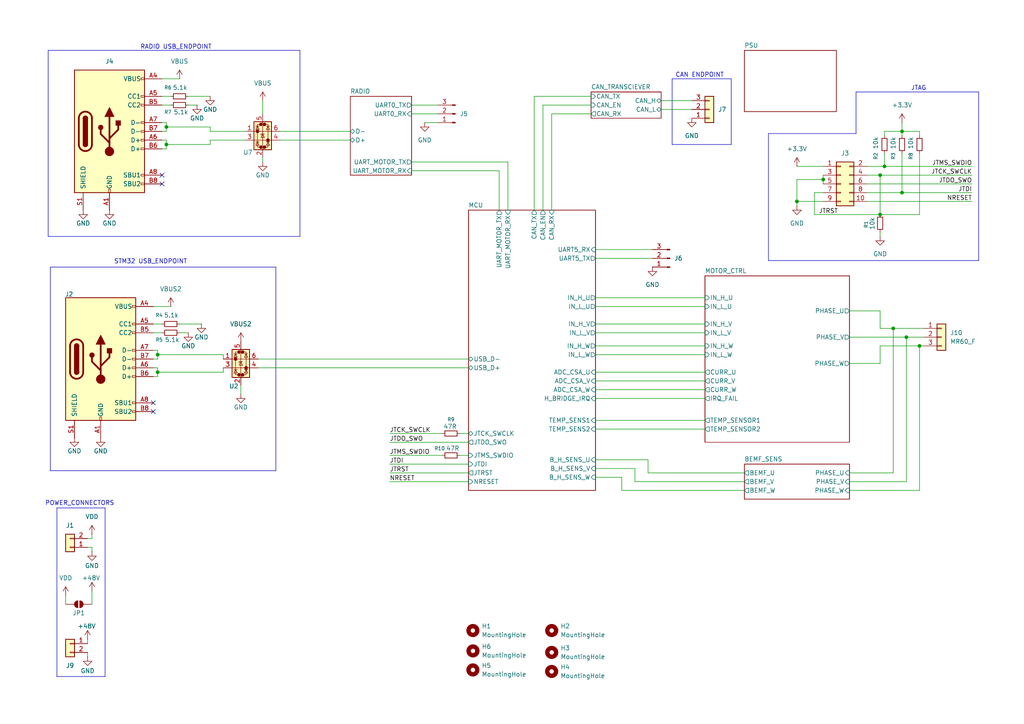
<source format=kicad_sch>
(kicad_sch (version 20250114) (generator "eeschema") (generator_version "9.0")
  (paper "A4")
  (lib_symbols
    (symbol "Connector:Conn_01x03_Pin" (pin_names (offset 1.016) (hide yes))
      (property "Reference" "J" (at 0 5.08 0))
      (property "Value" "Conn_01x03_Pin" (at 0 -5.08 0))
      (symbol "Conn_01x03_Pin_1_1"
        (rectangle (start 0.8636 2.667) (end 0 2.413) (stroke (width 0.1524)) (fill (type outline)))
        (rectangle (start 0.8636 0.127) (end 0 -0.127) (stroke (width 0.1524)) (fill (type outline)))
        (rectangle (start 0.8636 -2.413) (end 0 -2.667) (stroke (width 0.1524)) (fill (type outline)))
        (polyline (pts (xy 1.27 2.54) (xy 0.8636 2.54)) (stroke (width 0.1524)))
        (polyline (pts (xy 1.27 0) (xy 0.8636 0)) (stroke (width 0.1524)))
        (polyline (pts (xy 1.27 -2.54) (xy 0.8636 -2.54)) (stroke (width 0.1524)))
        (pin passive line (at 5.08 2.54 180) (length 3.81) (name "Pin_1") (number "1"))
        (pin passive line (at 5.08 0 180) (length 3.81) (name "Pin_2") (number "2"))
        (pin passive line (at 5.08 -2.54 180) (length 3.81) (name "Pin_3") (number "3"))
      )
    )
    (symbol "Connector:USB_C_Receptacle_USB2.0_16P" (pin_names (offset 1.016))
      (property "Reference" "J" (at 0 22.225 0))
      (property "Value" "USB_C_Receptacle_USB2.0_16P" (at 0 19.685 0))
      (symbol "USB_C_Receptacle_USB2.0_16P_0_0"
        (rectangle (start -0.254 -17.78) (end 0.254 -16.764))
        (rectangle (start 10.16 15.494) (end 9.144 14.986))
        (rectangle (start 10.16 10.414) (end 9.144 9.906))
        (rectangle (start 10.16 7.874) (end 9.144 7.366))
        (rectangle (start 10.16 2.794) (end 9.144 2.286))
        (rectangle (start 10.16 0.254) (end 9.144 -0.254))
        (rectangle (start 10.16 -2.286) (end 9.144 -2.794))
        (rectangle (start 10.16 -4.826) (end 9.144 -5.334))
        (rectangle (start 10.16 -12.446) (end 9.144 -12.954))
        (rectangle (start 10.16 -14.986) (end 9.144 -15.494))
      )
      (symbol "USB_C_Receptacle_USB2.0_16P_0_1"
        (rectangle (start -10.16 17.78) (end 10.16 -17.78) (stroke (width 0.254)) (fill (type background)))
        (polyline (pts (xy -8.89 -3.81) (xy -8.89 3.81)) (stroke (width 0.508)))
        (rectangle (start -7.62 -3.81) (end -6.35 3.81) (stroke (width 0.254)) (fill (type outline)))
        (arc (start -7.62 3.81) (mid -6.985 4.4423) (end -6.35 3.81) (stroke (width 0.254)))
        (arc (start -7.62 3.81) (mid -6.985 4.4423) (end -6.35 3.81) (stroke (width 0.254)) (fill (type outline)))
        (arc (start -8.89 3.81) (mid -6.985 5.7067) (end -5.08 3.81) (stroke (width 0.508)))
        (arc (start -5.08 -3.81) (mid -6.985 -5.7067) (end -8.89 -3.81) (stroke (width 0.508)))
        (arc (start -6.35 -3.81) (mid -6.985 -4.4423) (end -7.62 -3.81) (stroke (width 0.254)))
        (arc (start -6.35 -3.81) (mid -6.985 -4.4423) (end -7.62 -3.81) (stroke (width 0.254)) (fill (type outline)))
        (polyline (pts (xy -5.08 3.81) (xy -5.08 -3.81)) (stroke (width 0.508)))
        (circle (center -2.54 1.143) (radius 0.635) (stroke (width 0.254)) (fill (type outline)))
        (polyline (pts (xy -1.27 4.318) (xy 0 6.858) (xy 1.27 4.318) (xy -1.27 4.318)) (stroke (width 0.254)) (fill (type outline)))
        (polyline (pts (xy 0 -2.032) (xy 2.54 0.508) (xy 2.54 1.778)) (stroke (width 0.508)))
        (polyline (pts (xy 0 -3.302) (xy -2.54 -0.762) (xy -2.54 0.508)) (stroke (width 0.508)))
        (polyline (pts (xy 0 -5.842) (xy 0 4.318)) (stroke (width 0.508)))
        (circle (center 0 -5.842) (radius 1.27) (fill (type outline)))
        (rectangle (start 1.905 1.778) (end 3.175 3.048) (stroke (width 0.254)) (fill (type outline)))
      )
      (symbol "USB_C_Receptacle_USB2.0_16P_1_1"
        (pin passive line (at -7.62 -22.86 90) (length 5.08) (name "SHIELD") (number "S1"))
        (pin passive line (at 0 -22.86 90) (length 5.08) (name "GND") (number "A1"))
        (pin passive line (at 0 -22.86 90) (length 5.08) (hide yes) (name "GND") (number "A12"))
        (pin passive line (at 0 -22.86 90) (length 5.08) (hide yes) (name "GND") (number "B1"))
        (pin passive line (at 0 -22.86 90) (length 5.08) (hide yes) (name "GND") (number "B12"))
        (pin passive line (at 15.24 15.24 180) (length 5.08) (name "VBUS") (number "A4"))
        (pin passive line (at 15.24 15.24 180) (length 5.08) (hide yes) (name "VBUS") (number "A9"))
        (pin passive line (at 15.24 15.24 180) (length 5.08) (hide yes) (name "VBUS") (number "B4"))
        (pin passive line (at 15.24 15.24 180) (length 5.08) (hide yes) (name "VBUS") (number "B9"))
        (pin bidirectional line (at 15.24 10.16 180) (length 5.08) (name "CC1") (number "A5"))
        (pin bidirectional line (at 15.24 7.62 180) (length 5.08) (name "CC2") (number "B5"))
        (pin bidirectional line (at 15.24 2.54 180) (length 5.08) (name "D-") (number "A7"))
        (pin bidirectional line (at 15.24 0 180) (length 5.08) (name "D-") (number "B7"))
        (pin bidirectional line (at 15.24 -2.54 180) (length 5.08) (name "D+") (number "A6"))
        (pin bidirectional line (at 15.24 -5.08 180) (length 5.08) (name "D+") (number "B6"))
        (pin bidirectional line (at 15.24 -12.7 180) (length 5.08) (name "SBU1") (number "A8"))
        (pin bidirectional line (at 15.24 -15.24 180) (length 5.08) (name "SBU2") (number "B8"))
      )
    )
    (symbol "Connector_Generic:Conn_01x02" (pin_names (offset 1.016) (hide yes))
      (property "Reference" "J" (at 0 2.54 0))
      (property "Value" "Conn_01x02" (at 0 -5.08 0))
      (symbol "Conn_01x02_1_1"
        (rectangle (start -1.27 1.27) (end 1.27 -3.81) (stroke (width 0.254)) (fill (type background)))
        (rectangle (start -1.27 0.127) (end 0 -0.127) (stroke (width 0.1524)))
        (rectangle (start -1.27 -2.413) (end 0 -2.667) (stroke (width 0.1524)))
        (pin passive line (at -5.08 0 0) (length 3.81) (name "Pin_1") (number "1"))
        (pin passive line (at -5.08 -2.54 0) (length 3.81) (name "Pin_2") (number "2"))
      )
    )
    (symbol "Connector_Generic:Conn_01x03" (pin_names (offset 1.016) (hide yes))
      (property "Reference" "J" (at 0 5.08 0))
      (property "Value" "Conn_01x03" (at 0 -5.08 0))
      (symbol "Conn_01x03_1_1"
        (rectangle (start -1.27 3.81) (end 1.27 -3.81) (stroke (width 0.254)) (fill (type background)))
        (rectangle (start -1.27 2.667) (end 0 2.413) (stroke (width 0.1524)))
        (rectangle (start -1.27 0.127) (end 0 -0.127) (stroke (width 0.1524)))
        (rectangle (start -1.27 -2.413) (end 0 -2.667) (stroke (width 0.1524)))
        (pin passive line (at -5.08 2.54 0) (length 3.81) (name "Pin_1") (number "1"))
        (pin passive line (at -5.08 0 0) (length 3.81) (name "Pin_2") (number "2"))
        (pin passive line (at -5.08 -2.54 0) (length 3.81) (name "Pin_3") (number "3"))
      )
    )
    (symbol "Connector_Generic:Conn_02x05_Odd_Even" (pin_names (offset 1.016) (hide yes))
      (property "Reference" "J" (at 1.27 7.62 0))
      (property "Value" "Conn_02x05_Odd_Even" (at 1.27 -7.62 0))
      (symbol "Conn_02x05_Odd_Even_1_1"
        (rectangle (start -1.27 6.35) (end 3.81 -6.35) (stroke (width 0.254)) (fill (type background)))
        (rectangle (start -1.27 5.207) (end 0 4.953) (stroke (width 0.1524)))
        (rectangle (start -1.27 2.667) (end 0 2.413) (stroke (width 0.1524)))
        (rectangle (start -1.27 0.127) (end 0 -0.127) (stroke (width 0.1524)))
        (rectangle (start -1.27 -2.413) (end 0 -2.667) (stroke (width 0.1524)))
        (rectangle (start -1.27 -4.953) (end 0 -5.207) (stroke (width 0.1524)))
        (rectangle (start 3.81 5.207) (end 2.54 4.953) (stroke (width 0.1524)))
        (rectangle (start 3.81 2.667) (end 2.54 2.413) (stroke (width 0.1524)))
        (rectangle (start 3.81 0.127) (end 2.54 -0.127) (stroke (width 0.1524)))
        (rectangle (start 3.81 -2.413) (end 2.54 -2.667) (stroke (width 0.1524)))
        (rectangle (start 3.81 -4.953) (end 2.54 -5.207) (stroke (width 0.1524)))
        (pin passive line (at -5.08 5.08 0) (length 3.81) (name "Pin_1") (number "1"))
        (pin passive line (at -5.08 2.54 0) (length 3.81) (name "Pin_3") (number "3"))
        (pin passive line (at -5.08 0 0) (length 3.81) (name "Pin_5") (number "5"))
        (pin passive line (at -5.08 -2.54 0) (length 3.81) (name "Pin_7") (number "7"))
        (pin passive line (at -5.08 -5.08 0) (length 3.81) (name "Pin_9") (number "9"))
        (pin passive line (at 7.62 5.08 180) (length 3.81) (name "Pin_2") (number "2"))
        (pin passive line (at 7.62 2.54 180) (length 3.81) (name "Pin_4") (number "4"))
        (pin passive line (at 7.62 0 180) (length 3.81) (name "Pin_6") (number "6"))
        (pin passive line (at 7.62 -2.54 180) (length 3.81) (name "Pin_8") (number "8"))
        (pin passive line (at 7.62 -5.08 180) (length 3.81) (name "Pin_10") (number "10"))
      )
    )
    (symbol "Device:R_Small" (pin_numbers (hide yes)) (pin_names (offset 0.254) (hide yes))
      (property "Reference" "R" (at 0 0 90))
      (property "Value" "R_Small" (at 1.778 0 90))
      (symbol "R_Small_0_1"
        (rectangle (start -0.762 1.778) (end 0.762 -1.778) (stroke (width 0.2032)))
      )
      (symbol "R_Small_1_1"
        (pin passive line (at 0 2.54 270) (length 0.762) (name "~") (number "1"))
        (pin passive line (at 0 -2.54 90) (length 0.762) (name "~") (number "2"))
      )
    )
    (symbol "Jumper:SolderJumper_2_Open" (pin_numbers (hide yes)) (pin_names (offset 0) (hide yes)) (in_bom no)
      (property "Reference" "JP" (at 0 2.032 0))
      (property "Value" "SolderJumper_2_Open" (at 0 -2.54 0))
      (symbol "SolderJumper_2_Open_0_1"
        (polyline (pts (xy -0.254 1.016) (xy -0.254 -1.016)))
        (arc (start -0.254 -1.016) (mid -1.2656 0) (end -0.254 1.016))
        (arc (start -0.254 -1.016) (mid -1.2656 0) (end -0.254 1.016) (fill (type outline)))
        (arc (start 0.254 1.016) (mid 1.2656 0) (end 0.254 -1.016))
        (arc (start 0.254 1.016) (mid 1.2656 0) (end 0.254 -1.016) (fill (type outline)))
        (polyline (pts (xy 0.254 1.016) (xy 0.254 -1.016)))
      )
      (symbol "SolderJumper_2_Open_1_1"
        (pin passive line (at -3.81 0 0) (length 2.54) (name "A") (number "1"))
        (pin passive line (at 3.81 0 180) (length 2.54) (name "B") (number "2"))
      )
    )
    (symbol "Mechanical:MountingHole" (pin_names (offset 1.016)) (exclude_from_sim yes) (in_bom no)
      (property "Reference" "H" (at 0 5.08 0))
      (property "Value" "MountingHole" (at 0 3.175 0))
      (symbol "MountingHole_0_1"
        (circle (center 0 0) (radius 1.27) (stroke (width 1.27)))
      )
    )
    (symbol "Power_Protection:USBLC6-2SC6" (pin_names (hide yes))
      (property "Reference" "U" (at 0.635 5.715 0))
      (property "Value" "USBLC6-2SC6" (at 0.635 3.81 0))
      (symbol "USBLC6-2SC6_0_0"
        (circle (center -1.524 0) (radius 0.0001) (stroke (width 0.508)))
        (circle (center -0.508 2.032) (radius 0.0001) (stroke (width 0.508)))
        (circle (center -0.508 -4.572) (radius 0.0001) (stroke (width 0.508)))
        (circle (center 0.508 2.032) (radius 0.0001) (stroke (width 0.508)))
        (circle (center 0.508 -4.572) (radius 0.0001) (stroke (width 0.508)))
        (circle (center 1.524 -2.54) (radius 0.0001) (stroke (width 0.508)))
      )
      (symbol "USBLC6-2SC6_0_1"
        (polyline (pts (xy -2.54 0) (xy 2.54 0)))
        (polyline (pts (xy -2.54 -2.54) (xy 2.54 -2.54)))
        (polyline (pts (xy -2.032 0.508) (xy -1.016 0.508) (xy -1.524 1.524) (xy -2.032 0.508)))
        (polyline (pts (xy -2.032 -3.048) (xy -1.016 -3.048)))
        (polyline (pts (xy -1.016 1.524) (xy -2.032 1.524)))
        (polyline (pts (xy -1.016 -4.064) (xy -2.032 -4.064) (xy -1.524 -3.048) (xy -1.016 -4.064)))
        (polyline (pts (xy -0.508 -1.143) (xy -0.508 -0.762) (xy 0.508 -0.762)))
        (polyline (pts (xy 0 2.54) (xy -0.508 2.032) (xy 0.508 2.032) (xy 0 1.524) (xy 0 -4.064) (xy -0.508 -4.572) (xy 0.508 -4.572) (xy 0 -5.08)))
        (polyline (pts (xy 0.508 -1.778) (xy -0.508 -1.778) (xy 0 -0.762) (xy 0.508 -1.778)))
        (polyline (pts (xy 1.016 1.524) (xy 2.032 1.524)))
        (polyline (pts (xy 1.016 -3.048) (xy 2.032 -3.048)))
        (polyline (pts (xy 2.032 0.508) (xy 1.016 0.508) (xy 1.524 1.524) (xy 2.032 0.508)))
        (polyline (pts (xy 2.032 -4.064) (xy 1.016 -4.064) (xy 1.524 -3.048) (xy 2.032 -4.064)))
      )
      (symbol "USBLC6-2SC6_1_1"
        (rectangle (start -2.54 2.794) (end 2.54 -5.334) (stroke (width 0.254)) (fill (type background)))
        (polyline (pts (xy -0.508 2.032) (xy -1.524 2.032) (xy -1.524 -4.572) (xy -0.508 -4.572)))
        (polyline (pts (xy 0.508 -4.572) (xy 1.524 -4.572) (xy 1.524 2.032) (xy 0.508 2.032)))
        (pin passive line (at -5.08 0 0) (length 2.54) (name "I/O1") (number "1"))
        (pin passive line (at -5.08 -2.54 0) (length 2.54) (name "I/O2") (number "3"))
        (pin passive line (at 0 5.08 270) (length 2.54) (name "VBUS") (number "5"))
        (pin passive line (at 0 -7.62 90) (length 2.54) (name "GND") (number "2"))
        (pin passive line (at 5.08 0 180) (length 2.54) (name "I/O1") (number "6"))
        (pin passive line (at 5.08 -2.54 180) (length 2.54) (name "I/O2") (number "4"))
      )
    )
    (symbol "power:+3.3V" (power) (pin_numbers (hide yes)) (pin_names (offset 0) (hide yes))
      (property "Value" "+3.3V" (at 0 3.556 0))
      (symbol "+3.3V_0_1"
        (polyline (pts (xy -0.762 1.27) (xy 0 2.54)))
        (polyline (pts (xy 0 2.54) (xy 0.762 1.27)))
        (polyline (pts (xy 0 0) (xy 0 2.54)))
      )
      (symbol "+3.3V_1_1"
        (pin power_in line (at 0 0 90) (length 0) (name "~") (number "1"))
      )
    )
    (symbol "power:+48V" (power) (pin_numbers (hide yes)) (pin_names (offset 0) (hide yes))
      (property "Value" "+48V" (at 0 3.556 0))
      (symbol "+48V_0_1"
        (polyline (pts (xy -0.762 1.27) (xy 0 2.54)))
        (polyline (pts (xy 0 2.54) (xy 0.762 1.27)))
        (polyline (pts (xy 0 0) (xy 0 2.54)))
      )
      (symbol "+48V_1_1"
        (pin power_in line (at 0 0 90) (length 0) (name "~") (number "1"))
      )
    )
    (symbol "power:GND" (power) (pin_numbers (hide yes)) (pin_names (offset 0) (hide yes))
      (property "Value" "GND" (at 0 -3.81 0))
      (symbol "GND_0_1"
        (polyline (pts (xy 0 0) (xy 0 -1.27) (xy 1.27 -1.27) (xy 0 -2.54) (xy -1.27 -1.27) (xy 0 -1.27)))
      )
      (symbol "GND_1_1"
        (pin power_in line (at 0 0 270) (length 0) (name "~") (number "1"))
      )
    )
    (symbol "power:VBUS" (power) (pin_numbers (hide yes)) (pin_names (offset 0) (hide yes))
      (property "Value" "VBUS" (at 0 3.556 0))
      (symbol "VBUS_0_1"
        (polyline (pts (xy -0.762 1.27) (xy 0 2.54)))
        (polyline (pts (xy 0 2.54) (xy 0.762 1.27)))
        (polyline (pts (xy 0 0) (xy 0 2.54)))
      )
      (symbol "VBUS_1_1"
        (pin power_in line (at 0 0 90) (length 0) (name "~") (number "1"))
      )
    )
    (symbol "power:VDD" (power) (pin_numbers (hide yes)) (pin_names (offset 0) (hide yes))
      (property "Value" "VDD" (at 0 3.556 0))
      (symbol "VDD_0_1"
        (polyline (pts (xy -0.762 1.27) (xy 0 2.54)))
        (polyline (pts (xy 0 2.54) (xy 0.762 1.27)))
        (polyline (pts (xy 0 0) (xy 0 2.54)))
      )
      (symbol "VDD_1_1"
        (pin power_in line (at 0 0 90) (length 0) (name "~") (number "1"))
      )
    )
  )
  (text "STM32 USB_ENDPOINT" (at 43.688 75.946 0) (effects (font (size 1.27 1.27))))
  (text "JTAG" (at 266.446 25.654 0) (effects (font (size 1.27 1.27))))
  (text "RADIO USB_ENDPOINT" (at 51.054 13.716 0) (effects (font (size 1.27 1.27))))
  (text "CAN ENDPOINT" (at 202.946 21.844 0) (effects (font (size 1.27 1.27))))
  (text "POWER_CONNECTORS" (at 23.114 146.05 0) (effects (font (size 1.27 1.27))))
  (junction (at 238.76 52.07))
  (junction (at 48.26 36.83))
  (junction (at 261.62 38.1))
  (junction (at 45.72 107.95))
  (junction (at 262.89 97.79))
  (junction (at 231.14 58.42))
  (junction (at 255.27 62.23))
  (junction (at 256.54 48.26))
  (junction (at 45.72 102.87))
  (junction (at 261.62 55.88))
  (junction (at 266.7 100.33))
  (junction (at 48.26 41.91))
  (junction (at 259.08 95.25))
  (junction (at 255.27 50.8))
  (no_connect (at 44.45 119.38))
  (no_connect (at 46.99 53.34))
  (no_connect (at 44.45 116.84))
  (no_connect (at 46.99 50.8))
  (wire (pts (xy 46.99 38.1) (xy 48.26 38.1)))
  (wire (pts (xy 184.15 139.7) (xy 184.15 135.89)))
  (wire (pts (xy 160.02 33.02) (xy 171.45 33.02)))
  (wire (pts (xy 64.77 102.87) (xy 64.77 104.14)))
  (wire (pts (xy 48.26 43.18) (xy 46.99 43.18)))
  (wire (pts (xy 267.97 100.33) (xy 266.7 100.33)))
  (wire (pts (xy 60.96 40.64) (xy 71.12 40.64)))
  (wire (pts (xy 251.46 48.26) (xy 256.54 48.26)))
  (wire (pts (xy 251.46 55.88) (xy 261.62 55.88)))
  (polyline (pts (xy 13.97 14.605) (xy 13.97 68.58)))
  (wire (pts (xy 135.89 132.08) (xy 133.35 132.08)))
  (wire (pts (xy 119.38 30.48) (xy 127 30.48)))
  (wire (pts (xy 172.72 74.93) (xy 189.23 74.93)))
  (polyline (pts (xy 222.885 38.735) (xy 248.285 38.735)))
  (wire (pts (xy 171.45 27.94) (xy 154.94 27.94)))
  (wire (pts (xy 172.72 133.35) (xy 187.96 133.35)))
  (wire (pts (xy 60.96 41.91) (xy 60.96 40.64)))
  (wire (pts (xy 251.46 53.34) (xy 281.94 53.34)))
  (wire (pts (xy 266.7 142.24) (xy 266.7 100.33)))
  (wire (pts (xy 46.99 96.52) (xy 44.45 96.52)))
  (wire (pts (xy 255.27 50.8) (xy 281.94 50.8)))
  (wire (pts (xy 246.38 90.17) (xy 255.27 90.17)))
  (wire (pts (xy 113.03 137.16) (xy 135.89 137.16)))
  (wire (pts (xy 191.77 29.21) (xy 200.66 29.21)))
  (wire (pts (xy 45.72 101.6) (xy 45.72 102.87)))
  (polyline (pts (xy 194.945 41.91) (xy 212.09 41.91)))
  (wire (pts (xy 119.38 33.02) (xy 127 33.02)))
  (wire (pts (xy 172.72 72.39) (xy 189.23 72.39)))
  (wire (pts (xy 172.72 124.46) (xy 204.47 124.46)))
  (wire (pts (xy 48.26 41.91) (xy 48.26 43.18)))
  (polyline (pts (xy 248.285 26.67) (xy 283.845 26.67)))
  (polyline (pts (xy 16.51 147.32) (xy 30.48 147.32)))
  (wire (pts (xy 246.38 139.7) (xy 262.89 139.7)))
  (wire (pts (xy 26.67 158.75) (xy 25.4 158.75)))
  (wire (pts (xy 184.15 139.7) (xy 215.9 139.7)))
  (wire (pts (xy 64.77 106.68) (xy 64.77 107.95)))
  (wire (pts (xy 45.72 102.87) (xy 45.72 104.14)))
  (wire (pts (xy 261.62 38.1) (xy 256.54 38.1)))
  (wire (pts (xy 266.7 44.45) (xy 266.7 62.23)))
  (wire (pts (xy 46.99 93.98) (xy 44.45 93.98)))
  (wire (pts (xy 172.72 100.33) (xy 204.47 100.33)))
  (polyline (pts (xy 80.01 136.525) (xy 14.605 136.525)))
  (wire (pts (xy 45.72 109.22) (xy 44.45 109.22)))
  (wire (pts (xy 261.62 39.37) (xy 261.62 38.1)))
  (wire (pts (xy 191.77 31.75) (xy 200.66 31.75)))
  (wire (pts (xy 26.67 160.02) (xy 26.67 158.75)))
  (wire (pts (xy 48.26 40.64) (xy 46.99 40.64)))
  (polyline (pts (xy 194.945 22.86) (xy 212.09 22.86)))
  (wire (pts (xy 255.27 50.8) (xy 255.27 62.23)))
  (wire (pts (xy 81.28 38.1) (xy 101.6 38.1)))
  (wire (pts (xy 48.26 35.56) (xy 46.99 35.56)))
  (wire (pts (xy 144.78 49.53) (xy 119.38 49.53)))
  (wire (pts (xy 236.22 62.23) (xy 236.22 55.88)))
  (wire (pts (xy 26.67 156.21) (xy 25.4 156.21)))
  (wire (pts (xy 172.72 110.49) (xy 204.47 110.49)))
  (wire (pts (xy 236.22 62.23) (xy 255.27 62.23)))
  (wire (pts (xy 255.27 62.23) (xy 266.7 62.23)))
  (wire (pts (xy 76.2 45.72) (xy 76.2 46.99)))
  (wire (pts (xy 48.26 36.83) (xy 60.96 36.83)))
  (wire (pts (xy 44.45 104.14) (xy 45.72 104.14)))
  (wire (pts (xy 251.46 58.42) (xy 281.94 58.42)))
  (wire (pts (xy 172.72 107.95) (xy 204.47 107.95)))
  (wire (pts (xy 172.72 86.36) (xy 204.47 86.36)))
  (wire (pts (xy 266.7 38.1) (xy 266.7 39.37)))
  (wire (pts (xy 255.27 100.33) (xy 255.27 105.41)))
  (wire (pts (xy 238.76 52.07) (xy 231.14 52.07)))
  (wire (pts (xy 246.38 97.79) (xy 262.89 97.79)))
  (wire (pts (xy 76.2 29.21) (xy 76.2 33.02)))
  (wire (pts (xy 69.85 111.76) (xy 69.85 114.3)))
  (wire (pts (xy 187.96 137.16) (xy 215.9 137.16)))
  (wire (pts (xy 25.4 190.5) (xy 25.4 189.23)))
  (polyline (pts (xy 30.48 196.215) (xy 16.51 196.215)))
  (polyline (pts (xy 30.48 147.32) (xy 30.48 196.215)))
  (wire (pts (xy 49.53 88.9) (xy 44.45 88.9)))
  (wire (pts (xy 261.62 38.1) (xy 266.7 38.1)))
  (wire (pts (xy 236.22 55.88) (xy 238.76 55.88)))
  (polyline (pts (xy 86.995 68.58) (xy 13.97 68.58)))
  (wire (pts (xy 45.72 101.6) (xy 44.45 101.6)))
  (polyline (pts (xy 86.995 14.605) (xy 86.995 68.58)))
  (wire (pts (xy 171.45 30.48) (xy 157.48 30.48)))
  (wire (pts (xy 172.72 135.89) (xy 184.15 135.89)))
  (polyline (pts (xy 80.01 77.47) (xy 80.01 136.525)))
  (wire (pts (xy 147.32 46.99) (xy 147.32 60.96)))
  (wire (pts (xy 60.96 36.83) (xy 60.96 38.1)))
  (wire (pts (xy 45.72 102.87) (xy 64.77 102.87)))
  (wire (pts (xy 113.03 134.62) (xy 135.89 134.62)))
  (wire (pts (xy 256.54 38.1) (xy 256.54 39.37)))
  (wire (pts (xy 49.53 27.94) (xy 46.99 27.94)))
  (wire (pts (xy 154.94 27.94) (xy 154.94 60.96)))
  (wire (pts (xy 259.08 95.25) (xy 267.97 95.25)))
  (wire (pts (xy 231.14 52.07) (xy 231.14 58.42)))
  (polyline (pts (xy 194.945 22.86) (xy 194.945 41.91)))
  (wire (pts (xy 251.46 50.8) (xy 255.27 50.8)))
  (wire (pts (xy 48.26 35.56) (xy 48.26 36.83)))
  (wire (pts (xy 81.28 40.64) (xy 101.6 40.64)))
  (wire (pts (xy 231.14 48.26) (xy 238.76 48.26)))
  (polyline (pts (xy 212.09 41.91) (xy 212.09 22.86)))
  (wire (pts (xy 19.05 175.26) (xy 19.05 172.72)))
  (wire (pts (xy 58.42 93.98) (xy 52.07 93.98)))
  (wire (pts (xy 172.72 102.87) (xy 204.47 102.87)))
  (wire (pts (xy 261.62 35.56) (xy 261.62 38.1)))
  (wire (pts (xy 180.34 142.24) (xy 180.34 138.43)))
  (polyline (pts (xy 14.605 77.47) (xy 80.01 77.47)))
  (wire (pts (xy 160.02 33.02) (xy 160.02 60.96)))
  (polyline (pts (xy 222.885 38.735) (xy 222.885 75.565)))
  (wire (pts (xy 157.48 30.48) (xy 157.48 60.96)))
  (wire (pts (xy 113.03 139.7) (xy 135.89 139.7)))
  (wire (pts (xy 262.89 97.79) (xy 267.97 97.79)))
  (wire (pts (xy 172.72 113.03) (xy 204.47 113.03)))
  (wire (pts (xy 246.38 105.41) (xy 255.27 105.41)))
  (wire (pts (xy 74.93 104.14) (xy 135.89 104.14)))
  (wire (pts (xy 135.89 125.73) (xy 133.35 125.73)))
  (wire (pts (xy 45.72 106.68) (xy 45.72 107.95)))
  (wire (pts (xy 261.62 44.45) (xy 261.62 55.88)))
  (polyline (pts (xy 14.605 136.525) (xy 14.605 77.47)))
  (wire (pts (xy 246.38 142.24) (xy 266.7 142.24)))
  (wire (pts (xy 255.27 68.58) (xy 255.27 67.31)))
  (wire (pts (xy 54.61 96.52) (xy 52.07 96.52)))
  (wire (pts (xy 172.72 93.98) (xy 204.47 93.98)))
  (wire (pts (xy 255.27 90.17) (xy 255.27 95.25)))
  (wire (pts (xy 255.27 95.25) (xy 259.08 95.25)))
  (wire (pts (xy 172.72 115.57) (xy 204.47 115.57)))
  (polyline (pts (xy 248.285 38.735) (xy 248.285 26.67)))
  (polyline (pts (xy 283.845 26.67) (xy 283.845 75.565)))
  (wire (pts (xy 231.14 59.69) (xy 231.14 58.42)))
  (wire (pts (xy 266.7 100.33) (xy 255.27 100.33)))
  (wire (pts (xy 45.72 107.95) (xy 45.72 109.22)))
  (wire (pts (xy 113.03 125.73) (xy 128.27 125.73)))
  (wire (pts (xy 172.72 96.52) (xy 204.47 96.52)))
  (wire (pts (xy 57.15 30.48) (xy 54.61 30.48)))
  (wire (pts (xy 113.03 132.08) (xy 128.27 132.08)))
  (wire (pts (xy 113.03 128.27) (xy 135.89 128.27)))
  (wire (pts (xy 119.38 46.99) (xy 147.32 46.99)))
  (wire (pts (xy 48.26 41.91) (xy 60.96 41.91)))
  (wire (pts (xy 52.07 22.86) (xy 46.99 22.86)))
  (wire (pts (xy 256.54 48.26) (xy 281.94 48.26)))
  (wire (pts (xy 74.93 106.68) (xy 135.89 106.68)))
  (wire (pts (xy 26.67 154.94) (xy 26.67 156.21)))
  (wire (pts (xy 256.54 44.45) (xy 256.54 48.26)))
  (wire (pts (xy 45.72 107.95) (xy 64.77 107.95)))
  (wire (pts (xy 45.72 106.68) (xy 44.45 106.68)))
  (wire (pts (xy 238.76 52.07) (xy 238.76 53.34)))
  (wire (pts (xy 238.76 50.8) (xy 238.76 52.07)))
  (wire (pts (xy 144.78 49.53) (xy 144.78 60.96)))
  (polyline (pts (xy 16.51 147.32) (xy 16.51 196.215)))
  (wire (pts (xy 48.26 40.64) (xy 48.26 41.91)))
  (wire (pts (xy 49.53 30.48) (xy 46.99 30.48)))
  (wire (pts (xy 259.08 137.16) (xy 259.08 95.25)))
  (wire (pts (xy 172.72 88.9) (xy 204.47 88.9)))
  (wire (pts (xy 262.89 139.7) (xy 262.89 97.79)))
  (wire (pts (xy 48.26 36.83) (xy 48.26 38.1)))
  (wire (pts (xy 26.67 175.26) (xy 26.67 171.45)))
  (wire (pts (xy 60.96 38.1) (xy 71.12 38.1)))
  (wire (pts (xy 25.4 185.42) (xy 25.4 186.69)))
  (wire (pts (xy 60.96 27.94) (xy 54.61 27.94)))
  (wire (pts (xy 127 35.56) (xy 123.19 35.56)))
  (wire (pts (xy 261.62 55.88) (xy 281.94 55.88)))
  (wire (pts (xy 172.72 121.92) (xy 204.47 121.92)))
  (wire (pts (xy 246.38 137.16) (xy 259.08 137.16)))
  (wire (pts (xy 231.14 58.42) (xy 238.76 58.42)))
  (wire (pts (xy 172.72 138.43) (xy 180.34 138.43)))
  (wire (pts (xy 180.34 142.24) (xy 215.9 142.24)))
  (polyline (pts (xy 13.97 14.605) (xy 86.995 14.605)))
  (wire (pts (xy 187.96 137.16) (xy 187.96 133.35)))
  (polyline (pts (xy 283.845 75.565) (xy 222.885 75.565)))
  (label "NRESET" (at 281.94 58.42 180))
  (label "JTMS_SWDIO" (at 281.94 48.26 180))
  (label "JTDO_SWO" (at 281.94 53.34 180))
  (label "JTMS_SWDIO" (at 113.03 132.08 0))
  (label "JTDO_SWO" (at 113.03 128.27 0))
  (label "JTDI" (at 281.94 55.88 180))
  (label "JTRST" (at 237.49 62.23 0))
  (label "JTDI" (at 113.03 134.62 0))
  (label "JTCK_SWCLK" (at 281.94 50.8 180))
  (label "NRESET" (at 113.03 139.7 0))
  (label "JTCK_SWCLK" (at 113.03 125.73 0))
  (label "JTRST" (at 113.03 137.16 0))
  (symbol (lib_id "power:+3.3V") (at 231.14 48.26 0) (unit 1)
    (property "Reference" "#PWR01" (effects (hide yes)))
    (property "Value" "+3.3V" (at 231.14 43.18 0))
    (property "Description" "Power symbol creates a global label with name \"+3.3V\"" (effects (hide yes)))
  )
  (symbol (lib_id "Power_Protection:USBLC6-2SC6") (at 69.85 104.14 0) (unit 1)
    (property "Reference" "U2" (at 67.818 112.014 0))
    (property "Value" "USBLC6-2SC6" (effects (hide yes)))
    (property "Footprint" "Package_TO_SOT_SMD:SOT-23-6" (effects (hide yes)))
    (property "Datasheet" "https://www.st.com/resource/en/datasheet/usblc6-2.pdf" (effects (hide yes)))
    (property "Description" "Very low capacitance ESD protection diode, 2 data-line, SOT-23-6" (effects (hide yes)))
  )
  (symbol (lib_id "Device:R_Small") (at 255.27 64.77 180) (unit 1)
    (property "Reference" "R1" (at 251.206 64.008 90) (effects (font (size 1.016 1.016)) (justify left)))
    (property "Value" "10k" (at 252.984 62.992 90) (effects (justify left)))
    (property "Footprint" "Resistor_SMD:R_0603_1608Metric" (effects (hide yes)))
    (property "Description" "Resistor, small symbol" (effects (hide yes)))
    (property "LCSC" "C25804" (effects (hide yes)))
  )
  (symbol (lib_id "Mechanical:MountingHole") (at 160.02 182.88 0) (unit 1) (exclude_from_sim yes) (in_bom no)
    (property "Reference" "H2" (at 162.56 181.6099 0) (effects (justify left)))
    (property "Value" "MountingHole" (at 162.56 184.1499 0) (effects (justify left)))
    (property "Footprint" "MountingHole:MountingHole_3.2mm_M3" (effects (hide yes)))
    (property "Description" "Mounting Hole without connection" (effects (hide yes)))
  )
  (symbol (lib_id "Device:R_Small") (at 130.81 132.08 270) (unit 1)
    (property "Reference" "R10" (at 127.508 130.048 90) (effects (font (size 1.016 1.016))))
    (property "Value" "47R" (at 131.318 130.048 90))
    (property "Footprint" "Resistor_SMD:R_0603_1608Metric" (effects (hide yes)))
    (property "Description" "Resistor, small symbol" (effects (hide yes)))
    (property "LCSC" "C1211" (effects (hide yes)))
  )
  (symbol (lib_id "Device:R_Small") (at 52.07 30.48 90) (unit 1)
    (property "Reference" "R7" (at 49.784 32.512 90) (effects (font (size 1.016 1.016)) (justify left)))
    (property "Value" "5.1k" (at 54.61 32.512 90) (effects (justify left)))
    (property "Footprint" "Capacitor_SMD:C_0603_1608Metric" (effects (hide yes)))
    (property "Description" "Resistor, small symbol" (effects (hide yes)))
    (property "LCSC" "C23186" (effects (hide yes)))
  )
  (symbol (lib_id "Connector_Generic:Conn_01x02") (at 20.32 186.69 0) (mirror y) (unit 1)
    (property "Reference" "J9" (at 20.32 193.04 0))
    (property "Value" "Conn_01x02" (effects (hide yes)))
    (property "Footprint" "Connector_AMASS:AMASS_XT60-F_1x02_P7.20mm_Vertical" (effects (hide yes)))
    (property "Description" "Generic connector, single row, 01x02, script generated (kicad-library-utils/schlib/autogen/connector/)" (effects (hide yes)))
  )
  (symbol (lib_id "Connector:USB_C_Receptacle_USB2.0_16P") (at 29.21 104.14 0) (unit 1)
    (property "Reference" "J2" (at 20.066 85.344 0))
    (property "Value" "USB_C_Receptacle_USB2.0_16P" (effects (hide yes)))
    (property "Footprint" "Connector_USB:USB_C_Receptacle_GCT_USB4105-xx-A_16P_TopMnt_Horizontal" (effects (hide yes)))
    (property "Datasheet" "https://www.usb.org/sites/default/files/documents/usb_type-c.zip" (effects (hide yes)))
    (property "Description" "USB 2.0-only 16P Type-C Receptacle connector" (effects (hide yes)))
  )
  (symbol (lib_id "Mechanical:MountingHole") (at 137.16 194.31 0) (unit 1) (exclude_from_sim yes) (in_bom no)
    (property "Reference" "H5" (at 139.7 193.0399 0) (effects (justify left)))
    (property "Value" "MountingHole" (at 139.7 195.5799 0) (effects (justify left)))
    (property "Footprint" "MountingHole:MountingHole_3.2mm_M3" (effects (hide yes)))
    (property "Description" "Mounting Hole without connection" (effects (hide yes)))
  )
  (symbol (lib_id "power:VDD") (at 19.05 172.72 0) (unit 1)
    (property "Reference" "#PWR021" (effects (hide yes)))
    (property "Value" "VDD" (at 19.05 167.64 0))
    (property "Description" "Power symbol creates a global label with name \"VDD\"" (effects (hide yes)))
  )
  (symbol (lib_id "Mechanical:MountingHole") (at 160.02 189.23 0) (unit 1) (exclude_from_sim yes) (in_bom no)
    (property "Reference" "H3" (at 162.56 187.9599 0) (effects (justify left)))
    (property "Value" "MountingHole" (at 162.56 190.4999 0) (effects (justify left)))
    (property "Footprint" "MountingHole:MountingHole_3.2mm_M3" (effects (hide yes)))
    (property "Description" "Mounting Hole without connection" (effects (hide yes)))
  )
  (symbol (lib_id "power:GND") (at 231.14 59.69 0) (unit 1)
    (property "Reference" "#PWR02" (effects (hide yes)))
    (property "Value" "GND" (at 231.14 64.77 0))
    (property "Description" "Power symbol creates a global label with name \"GND\" , ground" (effects (hide yes)))
  )
  (symbol (lib_id "Device:R_Small") (at 52.07 27.94 90) (unit 1)
    (property "Reference" "R6" (at 49.784 25.4 90) (effects (font (size 1.016 1.016)) (justify left)))
    (property "Value" "5.1k" (at 54.356 25.4 90) (effects (justify left)))
    (property "Footprint" "Capacitor_SMD:C_0603_1608Metric" (effects (hide yes)))
    (property "Description" "Resistor, small symbol" (effects (hide yes)))
    (property "LCSC" "C23186" (effects (hide yes)))
  )
  (symbol (lib_id "power:GND") (at 189.23 77.47 0) (unit 1)
    (property "Reference" "#PWR025" (effects (hide yes)))
    (property "Value" "GND" (at 189.23 82.55 0))
    (property "Description" "Power symbol creates a global label with name \"GND\" , ground" (effects (hide yes)))
  )
  (symbol (lib_id "power:GND") (at 21.59 127 0) (unit 1)
    (property "Reference" "#PWR03" (effects (hide yes)))
    (property "Value" "GND" (at 21.59 130.81 0))
    (property "Description" "Power symbol creates a global label with name \"GND\" , ground" (effects (hide yes)))
  )
  (symbol (lib_id "Device:R_Small") (at 49.53 93.98 90) (unit 1)
    (property "Reference" "R4" (at 47.244 91.44 90) (effects (font (size 1.016 1.016)) (justify left)))
    (property "Value" "5.1k" (at 51.816 91.44 90) (effects (justify left)))
    (property "Footprint" "Capacitor_SMD:C_0603_1608Metric" (effects (hide yes)))
    (property "Description" "Resistor, small symbol" (effects (hide yes)))
    (property "LCSC" "C23186" (effects (hide yes)))
  )
  (symbol (lib_id "power:+3.3V") (at 261.62 35.56 0) (unit 1)
    (property "Reference" "#PWR010" (effects (hide yes)))
    (property "Value" "+3.3V" (at 261.62 30.48 0))
    (property "Description" "Power symbol creates a global label with name \"+3.3V\"" (effects (hide yes)))
  )
  (symbol (lib_id "Device:R_Small") (at 256.54 41.91 180) (unit 1)
    (property "Reference" "R2" (at 254 44.196 90) (effects (font (size 1.016 1.016)) (justify left)))
    (property "Value" "10k" (at 254 39.624 90) (effects (justify left)))
    (property "Footprint" "Resistor_SMD:R_0603_1608Metric" (effects (hide yes)))
    (property "Description" "Resistor, small symbol" (effects (hide yes)))
    (property "LCSC" "C25804" (effects (hide yes)))
  )
  (symbol (lib_id "Connector:Conn_01x03_Pin") (at 132.08 33.02 180) (unit 1)
    (property "Reference" "J5" (at 133.35 33.0199 0) (effects (justify right)))
    (property "Value" "Conn_01x03_Pin" (effects (hide yes)))
    (property "Footprint" "Connector_PinHeader_2.54mm:PinHeader_1x03_P2.54mm_Vertical" (effects (hide yes)))
    (property "Description" "Generic connector, single row, 01x03, script generated" (effects (hide yes)))
  )
  (symbol (lib_id "power:VBUS") (at 69.85 99.06 0) (unit 1)
    (property "Reference" "#PWR022" (effects (hide yes)))
    (property "Value" "VBUS2" (at 69.85 93.98 0))
    (property "Description" "Power symbol creates a global label with name \"VBUS\"" (effects (hide yes)))
  )
  (symbol (lib_id "power:GND") (at 29.21 127 0) (unit 1)
    (property "Reference" "#PWR07" (effects (hide yes)))
    (property "Value" "GND" (at 29.21 130.81 0))
    (property "Description" "Power symbol creates a global label with name \"GND\" , ground" (effects (hide yes)))
  )
  (symbol (lib_id "power:+48V") (at 26.67 171.45 0) (unit 1)
    (property "Reference" "#PWR086" (effects (hide yes)))
    (property "Value" "+48V" (at 26.416 167.64 0))
    (property "Description" "Power symbol creates a global label with name \"+48V\"" (effects (hide yes)))
  )
  (symbol (lib_id "Mechanical:MountingHole") (at 137.16 182.88 0) (unit 1) (exclude_from_sim yes) (in_bom no)
    (property "Reference" "H1" (at 139.7 181.6099 0) (effects (justify left)))
    (property "Value" "MountingHole" (at 139.7 184.1499 0) (effects (justify left)))
    (property "Footprint" "MountingHole:MountingHole_3.2mm_M3" (effects (hide yes)))
    (property "Description" "Mounting Hole without connection" (effects (hide yes)))
  )
  (symbol (lib_id "power:+48V") (at 25.4 185.42 0) (unit 1)
    (property "Reference" "#PWR026" (effects (hide yes)))
    (property "Value" "+48V" (at 25.146 181.61 0))
    (property "Description" "Power symbol creates a global label with name \"+48V\"" (effects (hide yes)))
  )
  (symbol (lib_id "Jumper:SolderJumper_2_Open") (at 22.86 175.26 180) (unit 1) (in_bom no)
    (property "Reference" "JP1" (at 22.86 177.8 0))
    (property "Value" "SolderJumper_2_Open" (effects (hide yes)))
    (property "Footprint" "Jumper:SolderJumper-2_P1.3mm_Open_Pad1.0x1.5mm" (effects (hide yes)))
    (property "Description" "Solder Jumper, 2-pole, open" (effects (hide yes)))
  )
  (symbol (lib_id "Power_Protection:USBLC6-2SC6") (at 76.2 38.1 0) (unit 1)
    (property "Reference" "U7" (at 71.882 44.196 0))
    (property "Value" "USBLC6-2SC6" (effects (hide yes)))
    (property "Footprint" "Package_TO_SOT_SMD:SOT-23-6" (effects (hide yes)))
    (property "Datasheet" "https://www.st.com/resource/en/datasheet/usblc6-2.pdf" (effects (hide yes)))
    (property "Description" "Very low capacitance ESD protection diode, 2 data-line, SOT-23-6" (effects (hide yes)))
  )
  (symbol (lib_id "Connector:USB_C_Receptacle_USB2.0_16P") (at 31.75 38.1 0) (unit 1)
    (property "Reference" "J4" (at 31.75 17.78 0))
    (property "Value" "USB_C_Receptacle_USB2.0_16P" (effects (hide yes)))
    (property "Footprint" "Connector_USB:USB_C_Receptacle_GCT_USB4105-xx-A_16P_TopMnt_Horizontal" (effects (hide yes)))
    (property "Datasheet" "https://www.usb.org/sites/default/files/documents/usb_type-c.zip" (effects (hide yes)))
    (property "Description" "USB 2.0-only 16P Type-C Receptacle connector" (effects (hide yes)))
  )
  (symbol (lib_id "Connector_Generic:Conn_01x02") (at 20.32 158.75 180) (unit 1)
    (property "Reference" "J1" (at 20.32 152.4 0))
    (property "Value" "Conn_01x02" (effects (hide yes)))
    (property "Footprint" "TerminalBlock_4Ucon:TerminalBlock_4Ucon_1x02_P3.50mm_Horizontal" (effects (hide yes)))
    (property "Description" "Generic connector, single row, 01x02, script generated (kicad-library-utils/schlib/autogen/connector/)" (effects (hide yes)))
  )
  (symbol (lib_id "Connector_Generic:Conn_01x03") (at 273.05 97.79 0) (unit 1)
    (property "Reference" "J10" (at 275.59 96.5199 0) (effects (justify left)))
    (property "Value" "MR60_F" (at 275.59 99.0599 0) (effects (justify left)))
    (property "Footprint" "bldc_driver_footprint:MR60-F" (effects (hide yes)))
    (property "Description" "Generic connector, single row, 01x03, script generated (kicad-library-utils/schlib/autogen/connector/)" (effects (hide yes)))
  )
  (symbol (lib_id "power:GND") (at 31.75 60.96 0) (unit 1)
    (property "Reference" "#PWR08" (effects (hide yes)))
    (property "Value" "GND" (at 31.75 64.77 0))
    (property "Description" "Power symbol creates a global label with name \"GND\" , ground" (effects (hide yes)))
  )
  (symbol (lib_id "power:GND") (at 69.85 114.3 0) (unit 1)
    (property "Reference" "#PWR018" (effects (hide yes)))
    (property "Value" "GND" (at 69.85 118.11 0))
    (property "Description" "Power symbol creates a global label with name \"GND\" , ground" (effects (hide yes)))
  )
  (symbol (lib_id "power:GND") (at 200.66 34.29 0) (unit 1)
    (property "Reference" "#PWR088" (effects (hide yes)))
    (property "Value" "GND" (at 200.66 39.37 0))
    (property "Description" "Power symbol creates a global label with name \"GND\" , ground" (effects (hide yes)))
  )
  (symbol (lib_id "Connector_Generic:Conn_01x03") (at 205.74 31.75 0) (mirror x) (unit 1)
    (property "Reference" "J7" (at 208.28 31.7501 0) (effects (justify left)))
    (property "Value" "Conn_01x03" (effects (hide yes)))
    (property "Footprint" "TerminalBlock_4Ucon:TerminalBlock_4Ucon_1x03_P3.50mm_Horizontal" (effects (hide yes)))
    (property "Description" "Generic connector, single row, 01x03, script generated (kicad-library-utils/schlib/autogen/connector/)" (effects (hide yes)))
  )
  (symbol (lib_id "Connector:Conn_01x03_Pin") (at 194.31 74.93 180) (unit 1)
    (property "Reference" "J6" (at 195.58 74.9299 0) (effects (justify right)))
    (property "Value" "Conn_01x03_Pin" (effects (hide yes)))
    (property "Footprint" "Connector_PinHeader_2.54mm:PinHeader_1x03_P2.54mm_Vertical" (effects (hide yes)))
    (property "Description" "Generic connector, single row, 01x03, script generated" (effects (hide yes)))
  )
  (symbol (lib_id "power:GND") (at 76.2 46.99 0) (unit 1)
    (property "Reference" "#PWR019" (effects (hide yes)))
    (property "Value" "GND" (at 76.2 50.8 0))
    (property "Description" "Power symbol creates a global label with name \"GND\" , ground" (effects (hide yes)))
  )
  (symbol (lib_id "power:GND") (at 25.4 190.5 0) (unit 1)
    (property "Reference" "#PWR027" (effects (hide yes)))
    (property "Value" "GND" (at 25.4 194.564 0))
    (property "Description" "Power symbol creates a global label with name \"GND\" , ground" (effects (hide yes)))
  )
  (symbol (lib_id "power:GND") (at 24.13 60.96 0) (unit 1)
    (property "Reference" "#PWR04" (effects (hide yes)))
    (property "Value" "GND" (at 24.13 64.77 0))
    (property "Description" "Power symbol creates a global label with name \"GND\" , ground" (effects (hide yes)))
  )
  (symbol (lib_id "power:GND") (at 57.15 30.48 0) (unit 1)
    (property "Reference" "#PWR014" (effects (hide yes)))
    (property "Value" "GND" (at 57.15 34.29 0))
    (property "Description" "Power symbol creates a global label with name \"GND\" , ground" (effects (hide yes)))
  )
  (symbol (lib_id "power:VBUS") (at 76.2 29.21 0) (unit 1)
    (property "Reference" "#PWR017" (effects (hide yes)))
    (property "Value" "VBUS" (at 76.2 24.13 0))
    (property "Description" "Power symbol creates a global label with name \"VBUS\"" (effects (hide yes)))
  )
  (symbol (lib_id "power:VBUS") (at 49.53 88.9 0) (unit 1)
    (property "Reference" "#PWR011" (effects (hide yes)))
    (property "Value" "VBUS2" (at 49.53 83.82 0))
    (property "Description" "Power symbol creates a global label with name \"VBUS\"" (effects (hide yes)))
  )
  (symbol (lib_id "Device:R_Small") (at 266.7 41.91 180) (unit 1)
    (property "Reference" "R8" (at 264.16 44.196 90) (effects (font (size 1.016 1.016)) (justify left)))
    (property "Value" "10k" (at 264.16 39.624 90) (effects (justify left)))
    (property "Footprint" "Resistor_SMD:R_0603_1608Metric" (effects (hide yes)))
    (property "Description" "Resistor, small symbol" (effects (hide yes)))
    (property "LCSC" "C25804" (effects (hide yes)))
  )
  (symbol (lib_id "power:GND") (at 26.67 160.02 0) (unit 1)
    (property "Reference" "#PWR06" (effects (hide yes)))
    (property "Value" "GND" (at 26.67 164.084 0))
    (property "Description" "Power symbol creates a global label with name \"GND\" , ground" (effects (hide yes)))
  )
  (symbol (lib_id "Mechanical:MountingHole") (at 159.9969 194.7508 0) (unit 1) (exclude_from_sim yes) (in_bom no)
    (property "Reference" "H4" (at 162.5369 193.4807 0) (effects (justify left)))
    (property "Value" "MountingHole" (at 162.5369 196.0207 0) (effects (justify left)))
    (property "Footprint" "MountingHole:MountingHole_3.2mm_M3" (effects (hide yes)))
    (property "Description" "Mounting Hole without connection" (effects (hide yes)))
  )
  (symbol (lib_id "power:GND") (at 255.27 68.58 0) (unit 1)
    (property "Reference" "#PWR09" (effects (hide yes)))
    (property "Value" "GND" (at 255.27 73.66 0))
    (property "Description" "Power symbol creates a global label with name \"GND\" , ground" (effects (hide yes)))
  )
  (symbol (lib_id "Mechanical:MountingHole") (at 137.1831 188.7892 0) (unit 1) (exclude_from_sim yes) (in_bom no)
    (property "Reference" "H6" (at 139.7231 187.5191 0) (effects (justify left)))
    (property "Value" "MountingHole" (at 139.7231 190.0591 0) (effects (justify left)))
    (property "Footprint" "MountingHole:MountingHole_3.2mm_M3" (effects (hide yes)))
    (property "Description" "Mounting Hole without connection" (effects (hide yes)))
  )
  (symbol (lib_id "power:GND") (at 58.42 93.98 0) (unit 1)
    (property "Reference" "#PWR015" (effects (hide yes)))
    (property "Value" "GND" (at 58.42 97.79 0))
    (property "Description" "Power symbol creates a global label with name \"GND\" , ground" (effects (hide yes)))
  )
  (symbol (lib_id "power:VDD") (at 26.67 154.94 0) (unit 1)
    (property "Reference" "#PWR05" (effects (hide yes)))
    (property "Value" "VDD" (at 26.67 149.86 0))
    (property "Description" "Power symbol creates a global label with name \"VDD\"" (effects (hide yes)))
  )
  (symbol (lib_id "Device:R_Small") (at 130.81 125.73 270) (unit 1)
    (property "Reference" "R9" (at 130.81 121.666 90) (effects (font (size 1.016 1.016))))
    (property "Value" "47R" (at 130.556 123.698 90))
    (property "Footprint" "Resistor_SMD:R_0603_1608Metric" (effects (hide yes)))
    (property "Description" "Resistor, small symbol" (effects (hide yes)))
    (property "LCSC" "C1211" (effects (hide yes)))
  )
  (symbol (lib_id "Device:R_Small") (at 261.62 41.91 180) (unit 1)
    (property "Reference" "R3" (at 259.08 44.196 90) (effects (font (size 1.016 1.016)) (justify left)))
    (property "Value" "10k" (at 259.08 39.624 90) (effects (justify left)))
    (property "Footprint" "Resistor_SMD:R_0603_1608Metric" (effects (hide yes)))
    (property "Description" "Resistor, small symbol" (effects (hide yes)))
    (property "LCSC" "C25804" (effects (hide yes)))
  )
  (symbol (lib_id "Device:R_Small") (at 49.53 96.52 90) (unit 1)
    (property "Reference" "R5" (at 47.244 98.552 90) (effects (font (size 1.016 1.016)) (justify left)))
    (property "Value" "5.1k" (at 52.07 98.552 90) (effects (justify left)))
    (property "Footprint" "Capacitor_SMD:C_0603_1608Metric" (effects (hide yes)))
    (property "Description" "Resistor, small symbol" (effects (hide yes)))
    (property "LCSC" "C23186" (effects (hide yes)))
  )
  (symbol (lib_id "power:VBUS") (at 52.07 22.86 0) (unit 1)
    (property "Reference" "#PWR012" (effects (hide yes)))
    (property "Value" "VBUS" (at 52.07 17.78 0))
    (property "Description" "Power symbol creates a global label with name \"VBUS\"" (effects (hide yes)))
  )
  (symbol (lib_id "Connector_Generic:Conn_02x05_Odd_Even") (at 243.84 53.34 0) (unit 1)
    (property "Reference" "J3" (at 245.11 44.45 0))
    (property "Value" "JTAG_CONN" (effects (hide yes)))
    (property "Footprint" "Connector_PinHeader_2.54mm:PinHeader_2x05_P2.54mm_Vertical" (effects (hide yes)))
    (property "Description" "Generic connector, double row, 02x05, odd/even pin numbering scheme (row 1 odd numbers, row 2 even numbers), script generated (kicad-library-utils/schlib/autogen/connector/)" (effects (hide yes)))
  )
  (symbol (lib_id "power:GND") (at 60.96 27.94 0) (unit 1)
    (property "Reference" "#PWR016" (effects (hide yes)))
    (property "Value" "GND" (at 60.96 31.75 0))
    (property "Description" "Power symbol creates a global label with name \"GND\" , ground" (effects (hide yes)))
  )
  (symbol (lib_id "power:GND") (at 54.61 96.52 0) (unit 1)
    (property "Reference" "#PWR013" (effects (hide yes)))
    (property "Value" "GND" (at 54.61 100.33 0))
    (property "Description" "Power symbol creates a global label with name \"GND\" , ground" (effects (hide yes)))
  )
  (symbol (lib_id "power:GND") (at 123.19 35.56 0) (unit 1)
    (property "Reference" "#PWR023" (effects (hide yes)))
    (property "Value" "GND" (at 123.19 40.64 0))
    (property "Description" "Power symbol creates a global label with name \"GND\" , ground" (effects (hide yes)))
  )
  (sheet (at 204.47 80.01) (size 41.91 48.26) (stroke (width 0.1524))
    (property "Sheetname" "MOTOR_CTRL" (at 204.47 79.2984 0) (effects (justify left bottom)))
    (property "Sheetfile" "MOTOR_CTRL.kicad_sch" (effects (hide yes)))
    (pin "IN_H_U" input (at 204.47 86.36 180))
    (pin "IN_L_U" input (at 204.47 88.9 180))
    (pin "IRQ_FAIL" output (at 204.47 115.57 180))
    (pin "PHASE_U" output (at 246.38 90.17 0))
    (pin "CURR_U" output (at 204.47 107.95 180))
    (pin "CURR_V" output (at 204.47 110.49 180))
    (pin "CURR_W" output (at 204.47 113.03 180))
    (pin "IN_L_W" input (at 204.47 102.87 180))
    (pin "PHASE_W" output (at 246.38 105.41 0))
    (pin "IN_H_V" input (at 204.47 93.98 180))
    (pin "IN_H_W" input (at 204.47 100.33 180))
    (pin "IN_L_V" input (at 204.47 96.52 180))
    (pin "PHASE_V" output (at 246.38 97.79 0))
    (pin "TEMP_SENSOR1" output (at 204.47 121.92 180))
    (pin "TEMP_SENSOR2" output (at 204.47 124.46 180))
  )
  (sheet (at 135.89 60.96) (size 36.83 81.28) (stroke (width 0.1524))
    (property "Sheetname" "MCU" (at 135.89 60.2484 0) (effects (justify left bottom)))
    (property "Sheetfile" "MCU.kicad_sch" (effects (hide yes)))
    (pin "UART_MOTOR_TX" output (at 144.78 60.96 90))
    (pin "UART_MOTOR_RX" input (at 147.32 60.96 90))
    (pin "IN_L_U" output (at 172.72 88.9 0))
    (pin "IN_H_W" output (at 172.72 100.33 0))
    (pin "IN_L_W" output (at 172.72 102.87 0))
    (pin "USB_D+" bidirectional (at 135.89 106.68 180))
    (pin "IN_H_V" output (at 172.72 93.98 0))
    (pin "IN_H_U" output (at 172.72 86.36 0))
    (pin "IN_L_V" output (at 172.72 96.52 0))
    (pin "USB_D-" bidirectional (at 135.89 104.14 180))
    (pin "ADC_CSA_U" input (at 172.72 107.95 0))
    (pin "ADC_CSA_V" input (at 172.72 110.49 0))
    (pin "ADC_CSA_W" input (at 172.72 113.03 0))
    (pin "CAN_RX" input (at 160.02 60.96 90))
    (pin "CAN_TX" output (at 154.94 60.96 90))
    (pin "CAN_EN" output (at 157.48 60.96 90))
    (pin "B_H_SENS_V" input (at 172.72 135.89 0))
    (pin "B_H_SENS_U" input (at 172.72 133.35 0))
    (pin "B_H_SENS_W" input (at 172.72 138.43 0))
    (pin "H_BRIDGE_IRQ" input (at 172.72 115.57 0))
    (pin "JTCK_SWCLK" bidirectional (at 135.89 125.73 180))
    (pin "JTDO_SWO" output (at 135.89 128.27 180))
    (pin "JTMS_SWDIO" input (at 135.89 132.08 180))
    (pin "JTDI" input (at 135.89 134.62 180))
    (pin "JTRST" output (at 135.89 137.16 180))
    (pin "NRESET" input (at 135.89 139.7 180))
    (pin "TEMP_SENS1" input (at 172.72 121.92 0))
    (pin "TEMP_SENS2" input (at 172.72 124.46 0))
    (pin "UART5_RX" input (at 172.72 72.39 0))
    (pin "UART5_TX" output (at 172.72 74.93 0))
  )
  (sheet (at 215.9 134.62) (size 30.48 10.16) (stroke (width 0.1524))
    (property "Sheetname" "BEMF_SENS" (at 215.9 133.9084 0) (effects (justify left bottom)))
    (property "Sheetfile" "BEMF_SENS.kicad_sch" (effects (hide yes)))
    (pin "PHASE_W" input (at 246.38 142.24 0))
    (pin "PHASE_V" input (at 246.38 139.7 0))
    (pin "BEMF_U" output (at 215.9 137.16 180))
    (pin "PHASE_U" input (at 246.38 137.16 0))
    (pin "BEMF_W" output (at 215.9 142.24 180))
    (pin "BEMF_V" output (at 215.9 139.7 180))
  )
  (sheet (at 171.45 26.67) (size 20.32 7.62) (stroke (width 0.1524))
    (property "Sheetname" "CAN_TRANSCIEVER" (at 171.45 25.9584 0) (effects (justify left bottom)))
    (property "Sheetfile" "CAN_TRANSCIEVER.kicad_sch" (effects (hide yes)))
    (pin "CAN_TX" input (at 171.45 27.94 180))
    (pin "CAN_H" bidirectional (at 191.77 29.21 0))
    (pin "CAN_L" bidirectional (at 191.77 31.75 0))
    (pin "CAN_EN" input (at 171.45 30.48 180))
    (pin "CAN_RX" output (at 171.45 33.02 180))
  )
  (sheet (at 101.6 27.94) (size 17.78 22.86) (stroke (width 0.1524))
    (property "Sheetname" "RADIO" (at 101.6 27.2284 0) (effects (justify left bottom)))
    (property "Sheetfile" "RADIO.kicad_sch" (effects (hide yes)))
    (pin "UART_MOTOR_TX" output (at 119.38 46.99 0))
    (pin "UART_MOTOR_RX" input (at 119.38 49.53 0))
    (pin "D-" bidirectional (at 101.6 38.1 180))
    (pin "UART0_TX" output (at 119.38 30.48 0))
    (pin "UART0_RX" input (at 119.38 33.02 0))
    (pin "D+" bidirectional (at 101.6 40.64 180))
  )
  (sheet (at 215.9 14.605) (size 26.67 17.78) (stroke (width 0.1524))
    (property "Sheetname" "PSU" (at 215.9 13.8934 0) (effects (justify left bottom)))
    (property "Sheetfile" "PSU.kicad_sch" (effects (hide yes)))
  )
)
</source>
